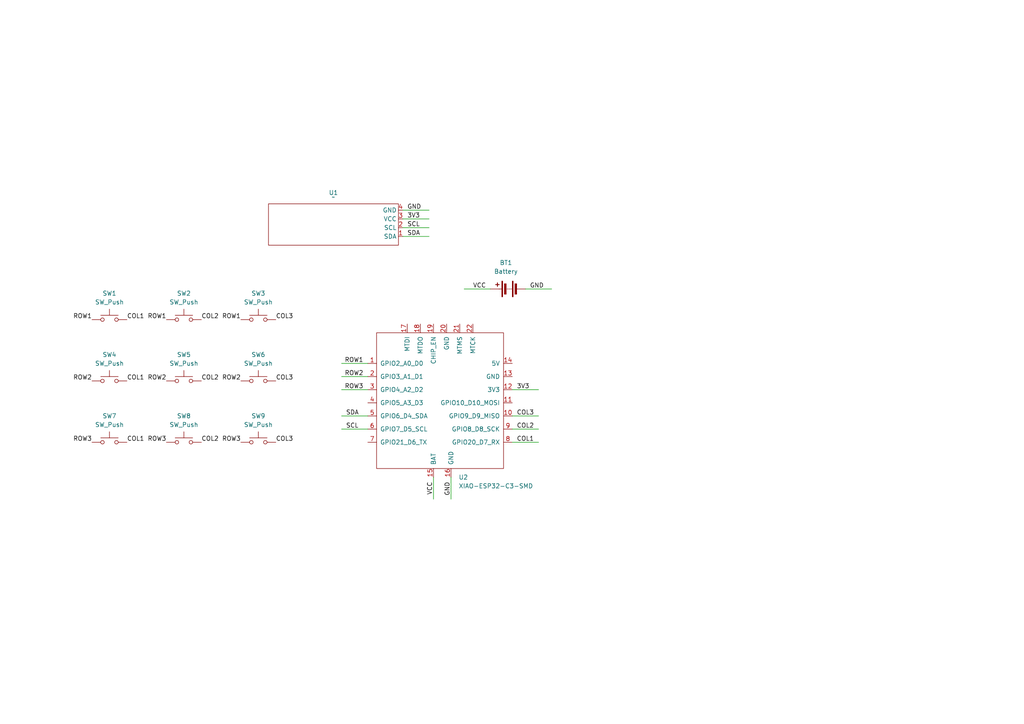
<source format=kicad_sch>
(kicad_sch (version 20231120) (generator "eeschema") (generator_version "8.0")
  (paper "A4")
  (title_block (title "macro pad v2"))
  (lib_symbols
    (symbol "Capauri:OLED_screen"
      (property "Reference" "U1" (at 15.24 18.85 90))
      (property "Value" "~" (at 13.97 18.85 90))
      (symbol "OLED_screen_0_1"
        (rectangle (start 0 37.7) (end 12 0))
      )
      (symbol "OLED_screen_1_1"
        (pin input line (at 2.54 -1.27 90) (length 1.27) (name "SDA") (number "1"))
        (pin input line (at 5.08 -1.27 90) (length 1.27) (name "SCL") (number "2"))
        (pin input line (at 7.62 -1.27 90) (length 1.27) (name "VCC") (number "3"))
        (pin input line (at 10.16 -1.27 90) (length 1.27) (name "GND") (number "4"))
      )
    )
    (symbol "Device:Battery" (pin_numbers hide) (pin_names (offset 0) hide)
      (property "Reference" "BT" (at 2.54 2.54 0))
      (property "Value" "Battery" (at 2.54 0 0))
      (symbol "Battery_0_1"
        (rectangle (start -2.286 -1.27) (end 2.286 -1.524) (fill (type outline)))
        (rectangle (start -2.286 1.778) (end 2.286 1.524) (fill (type outline)))
        (rectangle (start -1.524 -2.032) (end 1.524 -2.54) (fill (type outline)))
        (rectangle (start -1.524 1.016) (end 1.524 0.508) (fill (type outline)))
        (polyline (pts (xy 0 -1.016) (xy 0 -0.762)))
        (polyline (pts (xy 0 -0.508) (xy 0 -0.254)))
        (polyline (pts (xy 0 0) (xy 0 0.254)))
        (polyline (pts (xy 0 1.778) (xy 0 2.54)))
        (polyline (pts (xy 0.762 3.048) (xy 1.778 3.048)) (stroke (width 0.254)))
        (polyline (pts (xy 1.27 3.556) (xy 1.27 2.54)) (stroke (width 0.254)))
      )
      (symbol "Battery_1_1"
        (pin passive line (at 0 5.08 270) (length 2.54) (name "+") (number "1"))
        (pin passive line (at 0 -5.08 90) (length 2.54) (name "-") (number "2"))
      )
    )
    (symbol "Seeed_Studio_XIAO_Series:XIAO-ESP32-C3-SMD" (pin_names (offset 1.016))
      (property "Reference" "U" (at -18.542 23.114 0))
      (property "Value" "XIAO-ESP32-C3-SMD" (at -8.382 21.336 0))
      (symbol "XIAO-ESP32-C3-SMD_0_1"
        (rectangle (start -19.05 20.32) (end 17.78 -19.05))
      )
      (symbol "XIAO-ESP32-C3-SMD_1_1"
        (pin passive line (at -21.59 11.43 0) (length 2.54) (name "GPIO2_A0_D0") (number "1"))
        (pin passive line (at 20.32 -3.81 180) (length 2.54) (name "GPIO9_D9_MISO") (number "10"))
        (pin passive line (at 20.32 0 180) (length 2.54) (name "GPIO10_D10_MOSI") (number "11"))
        (pin passive line (at 20.32 3.81 180) (length 2.54) (name "3V3") (number "12"))
        (pin passive line (at 20.32 7.62 180) (length 2.54) (name "GND") (number "13"))
        (pin passive line (at 20.32 11.43 180) (length 2.54) (name "5V") (number "14"))
        (pin passive line (at -2.54 -21.59 90) (length 2.54) (name "BAT") (number "15"))
        (pin passive line (at 2.54 -21.59 90) (length 2.54) (name "GND") (number "16"))
        (pin passive line (at -10.16 22.86 270) (length 2.54) (name "MTDI") (number "17"))
        (pin passive line (at -6.35 22.86 270) (length 2.54) (name "MTDO") (number "18"))
        (pin passive line (at -2.54 22.86 270) (length 2.54) (name "CHIP_EN") (number "19"))
        (pin passive line (at -21.59 7.62 0) (length 2.54) (name "GPIO3_A1_D1") (number "2"))
        (pin passive line (at 1.27 22.86 270) (length 2.54) (name "GND") (number "20"))
        (pin passive line (at 5.08 22.86 270) (length 2.54) (name "MTMS") (number "21"))
        (pin passive line (at 8.89 22.86 270) (length 2.54) (name "MTCK") (number "22"))
        (pin passive line (at -21.59 3.81 0) (length 2.54) (name "GPIO4_A2_D2") (number "3"))
        (pin passive line (at -21.59 0 0) (length 2.54) (name "GPIO5_A3_D3") (number "4"))
        (pin passive line (at -21.59 -3.81 0) (length 2.54) (name "GPIO6_D4_SDA") (number "5"))
        (pin passive line (at -21.59 -7.62 0) (length 2.54) (name "GPIO7_D5_SCL") (number "6"))
        (pin passive line (at -21.59 -11.43 0) (length 2.54) (name "GPIO21_D6_TX") (number "7"))
        (pin passive line (at 20.32 -11.43 180) (length 2.54) (name "GPIO20_D7_RX") (number "8"))
        (pin passive line (at 20.32 -7.62 180) (length 2.54) (name "GPIO8_D8_SCK") (number "9"))
      )
    )
    (symbol "Switch:SW_Push" (pin_numbers hide) (pin_names (offset 1.016) hide)
      (property "Reference" "SW" (at 1.27 2.54 0))
      (property "Value" "SW_Push" (at 0 -1.524 0))
      (symbol "SW_Push_0_1"
        (circle (center -2.032 0) (radius 0.508))
        (polyline (pts (xy 0 1.27) (xy 0 3.048)))
        (polyline (pts (xy 2.54 1.27) (xy -2.54 1.27)))
        (circle (center 2.032 0) (radius 0.508))
        (pin passive line (at -5.08 0 0) (length 2.54) (name "1") (number "1"))
        (pin passive line (at 5.08 0 180) (length 2.54) (name "2") (number "2"))
      )
    )
  )
  (wire (pts (xy 125.73 138.43) (xy 125.73 144.78)))
  (wire (pts (xy 116.84 68.58) (xy 124.46 68.58)))
  (wire (pts (xy 99.06 120.65) (xy 106.68 120.65)))
  (wire (pts (xy 116.84 66.04) (xy 124.46 66.04)))
  (wire (pts (xy 152.4 83.82) (xy 160.02 83.82)))
  (wire (pts (xy 99.06 113.03) (xy 106.68 113.03)))
  (wire (pts (xy 148.59 113.03) (xy 156.21 113.03)))
  (wire (pts (xy 116.84 60.96) (xy 124.46 60.96)))
  (wire (pts (xy 148.59 128.27) (xy 156.21 128.27)))
  (wire (pts (xy 99.06 124.46) (xy 106.68 124.46)))
  (wire (pts (xy 99.06 105.41) (xy 106.68 105.41)))
  (wire (pts (xy 148.59 124.46) (xy 156.21 124.46)))
  (wire (pts (xy 134.62 83.82) (xy 142.24 83.82)))
  (wire (pts (xy 148.59 120.65) (xy 156.21 120.65)))
  (wire (pts (xy 116.84 63.5) (xy 124.46 63.5)))
  (wire (pts (xy 130.81 138.43) (xy 130.81 144.78)))
  (wire (pts (xy 99.06 109.22) (xy 106.68 109.22)))
  (label "COL2" (at 58.42 110.49 0))
  (label "ROW1" (at 26.67 92.71 180))
  (label "ROW2" (at 26.67 110.49 180))
  (label "GND" (at 153.67 83.82 0))
  (label "ROW1" (at 105.41 105.41 180))
  (label "COL3" (at 80.01 128.27 0))
  (label "ROW3" (at 69.85 128.27 180))
  (label "SCL" (at 118.11 66.04 0))
  (label "3V3" (at 118.11 63.5 0))
  (label "COL3" (at 80.01 110.49 0))
  (label "ROW2" (at 105.41 109.22 180))
  (label "ROW2" (at 69.85 110.49 180))
  (label "COL3" (at 149.86 120.65 0))
  (label "ROW3" (at 26.67 128.27 180))
  (label "SDA" (at 100.33 120.65 0))
  (label "VCC" (at 137.16 83.82 0))
  (label "GND" (at 130.81 139.7 270))
  (label "SCL" (at 100.33 124.46 0))
  (label "COL1" (at 36.83 110.49 0))
  (label "COL1" (at 149.86 128.27 0))
  (label "ROW3" (at 48.26 128.27 180))
  (label "COL1" (at 36.83 92.71 0))
  (label "ROW1" (at 48.26 92.71 180))
  (label "COL2" (at 58.42 92.71 0))
  (label "ROW1" (at 69.85 92.71 180))
  (label "VCC" (at 125.73 139.7 270))
  (label "ROW2" (at 48.26 110.49 180))
  (label "3V3" (at 149.86 113.03 0))
  (label "COL2" (at 58.42 128.27 0))
  (label "COL1" (at 36.83 128.27 0))
  (label "ROW3" (at 105.41 113.03 180))
  (label "COL2" (at 149.86 124.46 0))
  (label "SDA" (at 118.11 68.58 0))
  (label "COL3" (at 80.01 92.71 0))
  (label "GND" (at 118.11 60.96 0))
  (symbol (lib_id "Device:Battery") (at 147.32 83.82 90) (unit 1)
    (property "Reference" "BT1" (at 146.7485 76.2 90))
    (property "Value" "Battery" (at 146.7485 78.74 90))
    (property "Footprint" "Connector_JST:JST_GH_SM02B-GHS-TB_1x02-1MP_P1.25mm_Horizontal" (effects (hide yes)))
    (property "Description" "Multiple-cell battery" (effects (hide yes)))
  )
  (symbol (lib_id "Switch:SW_Push") (at 74.93 128.27 0) (unit 1)
    (property "Reference" "SW9" (at 74.93 120.65 0))
    (property "Value" "SW_Push" (at 74.93 123.19 0))
    (property "Footprint" "keyswitches.pretty-master:Kailh_socket_MX" (effects (hide yes)))
    (property "Description" "Push button switch, generic, two pins" (effects (hide yes)))
  )
  (symbol (lib_id "Switch:SW_Push") (at 31.75 110.49 0) (unit 1)
    (property "Reference" "SW4" (at 31.75 102.87 0))
    (property "Value" "SW_Push" (at 31.75 105.41 0))
    (property "Footprint" "keyswitches.pretty-master:Kailh_socket_MX" (effects (hide yes)))
    (property "Description" "Push button switch, generic, two pins" (effects (hide yes)))
  )
  (symbol (lib_id "Switch:SW_Push") (at 74.93 110.49 0) (unit 1)
    (property "Reference" "SW6" (at 74.93 102.87 0))
    (property "Value" "SW_Push" (at 74.93 105.41 0))
    (property "Footprint" "keyswitches.pretty-master:Kailh_socket_MX" (effects (hide yes)))
    (property "Description" "Push button switch, generic, two pins" (effects (hide yes)))
  )
  (symbol (lib_id "Switch:SW_Push") (at 53.34 92.71 0) (unit 1)
    (property "Reference" "SW2" (at 53.34 85.09 0))
    (property "Value" "SW_Push" (at 53.34 87.63 0))
    (property "Footprint" "keyswitches.pretty-master:Kailh_socket_MX" (effects (hide yes)))
    (property "Description" "Push button switch, generic, two pins" (effects (hide yes)))
  )
  (symbol (lib_id "Switch:SW_Push") (at 31.75 92.71 0) (unit 1)
    (property "Reference" "SW1" (at 31.75 85.09 0))
    (property "Value" "SW_Push" (at 31.75 87.63 0))
    (property "Footprint" "keyswitches.pretty-master:Kailh_socket_MX" (effects (hide yes)))
    (property "Description" "Push button switch, generic, two pins" (effects (hide yes)))
  )
  (symbol (lib_id "Switch:SW_Push") (at 53.34 110.49 0) (unit 1)
    (property "Reference" "SW5" (at 53.34 102.87 0))
    (property "Value" "SW_Push" (at 53.34 105.41 0))
    (property "Footprint" "keyswitches.pretty-master:Kailh_socket_MX" (effects (hide yes)))
    (property "Description" "Push button switch, generic, two pins" (effects (hide yes)))
  )
  (symbol (lib_id "Switch:SW_Push") (at 53.34 128.27 0) (unit 1)
    (property "Reference" "SW8" (at 53.34 120.65 0))
    (property "Value" "SW_Push" (at 53.34 123.19 0))
    (property "Footprint" "keyswitches.pretty-master:Kailh_socket_MX" (effects (hide yes)))
    (property "Description" "Push button switch, generic, two pins" (effects (hide yes)))
  )
  (symbol (lib_id "Seeed_Studio_XIAO_Series:XIAO-ESP32-C3-SMD") (at 128.27 116.84 0) (unit 1)
    (property "Reference" "U2" (at 133.0041 138.43 0) (effects (justify left)))
    (property "Value" "XIAO-ESP32-C3-SMD" (at 133.0041 140.97 0) (effects (justify left)))
    (property "Footprint" "Capauri:XIAO-ESP32C3-SMD" (effects (hide yes)))
  )
  (symbol (lib_id "Switch:SW_Push") (at 74.93 92.71 0) (unit 1)
    (property "Reference" "SW3" (at 74.93 85.09 0))
    (property "Value" "SW_Push" (at 74.93 87.63 0))
    (property "Footprint" "keyswitches.pretty-master:Kailh_socket_MX" (effects (hide yes)))
    (property "Description" "Push button switch, generic, two pins" (effects (hide yes)))
  )
  (symbol (lib_id "Capauri:OLED_screen") (at 115.57 71.12 90) (unit 1)
    (property "Reference" "U1" (at 96.72 55.88 90))
    (property "Value" "~" (at 96.72 57.15 90))
    (property "Footprint" "Capauri:0.91 OLED 128x32" (effects (hide yes)))
  )
  (symbol (lib_id "Switch:SW_Push") (at 31.75 128.27 0) (unit 1)
    (property "Reference" "SW7" (at 31.75 120.65 0))
    (property "Value" "SW_Push" (at 31.75 123.19 0))
    (property "Footprint" "keyswitches.pretty-master:Kailh_socket_MX" (effects (hide yes)))
    (property "Description" "Push button switch, generic, two pins" (effects (hide yes)))
  )
)
</source>
